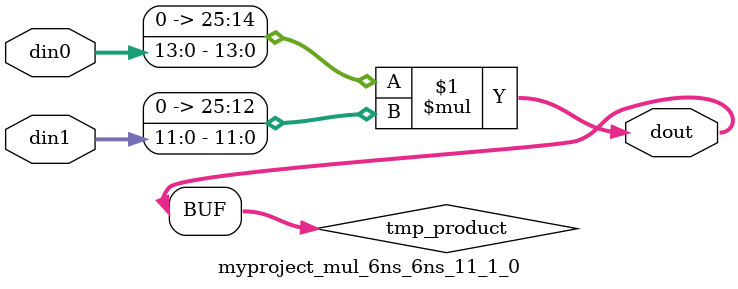
<source format=v>

`timescale 1 ns / 1 ps

  module myproject_mul_6ns_6ns_11_1_0(din0, din1, dout);
parameter ID = 1;
parameter NUM_STAGE = 0;
parameter din0_WIDTH = 14;
parameter din1_WIDTH = 12;
parameter dout_WIDTH = 26;

input [din0_WIDTH - 1 : 0] din0; 
input [din1_WIDTH - 1 : 0] din1; 
output [dout_WIDTH - 1 : 0] dout;

wire signed [dout_WIDTH - 1 : 0] tmp_product;










assign tmp_product = $signed({1'b0, din0}) * $signed({1'b0, din1});











assign dout = tmp_product;







endmodule

</source>
